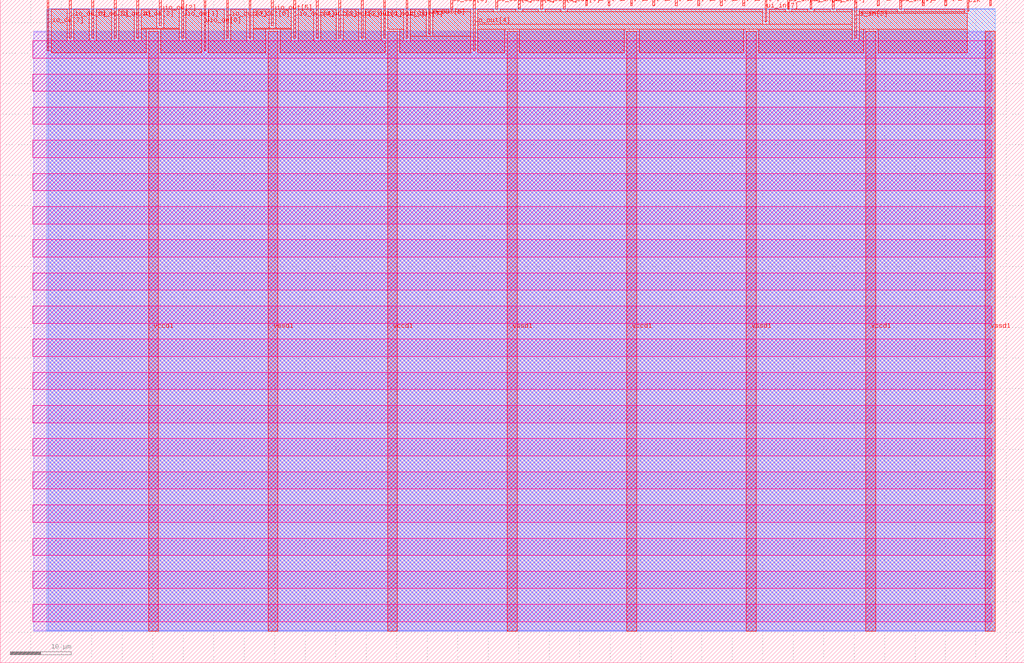
<source format=lef>
VERSION 5.7 ;
  NOWIREEXTENSIONATPIN ON ;
  DIVIDERCHAR "/" ;
  BUSBITCHARS "[]" ;
MACRO tt_um_wokwi_347497504164545108
  CLASS BLOCK ;
  FOREIGN tt_um_wokwi_347497504164545108 ;
  ORIGIN 0.000 0.000 ;
  SIZE 167.900 BY 108.800 ;
  PIN clk
    DIRECTION INPUT ;
    USE SIGNAL ;
    PORT
      LAYER met4 ;
        RECT 158.550 106.950 158.850 108.800 ;
    END
  END clk
  PIN ena
    DIRECTION INPUT ;
    USE SIGNAL ;
    PORT
      LAYER met4 ;
        RECT 162.230 107.800 162.530 108.800 ;
    END
  END ena
  PIN rst_n
    DIRECTION INPUT ;
    USE SIGNAL ;
    PORT
      LAYER met4 ;
        RECT 154.870 107.800 155.170 108.800 ;
    END
  END rst_n
  PIN ui_in[0]
    DIRECTION INPUT ;
    USE SIGNAL ;
    PORT
      LAYER met4 ;
        RECT 151.190 107.800 151.490 108.800 ;
    END
  END ui_in[0]
  PIN ui_in[1]
    DIRECTION INPUT ;
    USE SIGNAL ;
    PORT
      LAYER met4 ;
        RECT 147.510 107.260 147.810 108.800 ;
    END
  END ui_in[1]
  PIN ui_in[2]
    DIRECTION INPUT ;
    USE SIGNAL ;
    PORT
      LAYER met4 ;
        RECT 143.830 107.800 144.130 108.800 ;
    END
  END ui_in[2]
  PIN ui_in[3]
    DIRECTION INPUT ;
    USE SIGNAL ;
    PORT
      LAYER met4 ;
        RECT 140.150 102.500 140.450 108.800 ;
    END
  END ui_in[3]
  PIN ui_in[4]
    DIRECTION INPUT ;
    USE SIGNAL ;
    PORT
      LAYER met4 ;
        RECT 136.470 107.260 136.770 108.800 ;
    END
  END ui_in[4]
  PIN ui_in[5]
    DIRECTION INPUT ;
    USE SIGNAL ;
    PORT
      LAYER met4 ;
        RECT 132.790 107.260 133.090 108.800 ;
    END
  END ui_in[5]
  PIN ui_in[6]
    DIRECTION INPUT ;
    USE SIGNAL ;
    PORT
      LAYER met4 ;
        RECT 129.110 107.260 129.410 108.800 ;
    END
  END ui_in[6]
  PIN ui_in[7]
    DIRECTION INPUT ;
    USE SIGNAL ;
    PORT
      LAYER met4 ;
        RECT 125.430 105.220 125.730 108.800 ;
    END
  END ui_in[7]
  PIN uio_in[0]
    DIRECTION INPUT ;
    USE SIGNAL ;
    PORT
      LAYER met4 ;
        RECT 121.750 107.800 122.050 108.800 ;
    END
  END uio_in[0]
  PIN uio_in[1]
    DIRECTION INPUT ;
    USE SIGNAL ;
    PORT
      LAYER met4 ;
        RECT 118.070 107.800 118.370 108.800 ;
    END
  END uio_in[1]
  PIN uio_in[2]
    DIRECTION INPUT ;
    USE SIGNAL ;
    PORT
      LAYER met4 ;
        RECT 114.390 107.800 114.690 108.800 ;
    END
  END uio_in[2]
  PIN uio_in[3]
    DIRECTION INPUT ;
    USE SIGNAL ;
    PORT
      LAYER met4 ;
        RECT 110.710 107.800 111.010 108.800 ;
    END
  END uio_in[3]
  PIN uio_in[4]
    DIRECTION INPUT ;
    USE SIGNAL ;
    PORT
      LAYER met4 ;
        RECT 107.030 107.800 107.330 108.800 ;
    END
  END uio_in[4]
  PIN uio_in[5]
    DIRECTION INPUT ;
    USE SIGNAL ;
    PORT
      LAYER met4 ;
        RECT 103.350 107.800 103.650 108.800 ;
    END
  END uio_in[5]
  PIN uio_in[6]
    DIRECTION INPUT ;
    USE SIGNAL ;
    PORT
      LAYER met4 ;
        RECT 99.670 107.800 99.970 108.800 ;
    END
  END uio_in[6]
  PIN uio_in[7]
    DIRECTION INPUT ;
    USE SIGNAL ;
    PORT
      LAYER met4 ;
        RECT 95.990 107.800 96.290 108.800 ;
    END
  END uio_in[7]
  PIN uio_oe[0]
    DIRECTION OUTPUT TRISTATE ;
    USE SIGNAL ;
    PORT
      LAYER met4 ;
        RECT 33.430 100.460 33.730 108.800 ;
    END
  END uio_oe[0]
  PIN uio_oe[1]
    DIRECTION OUTPUT TRISTATE ;
    USE SIGNAL ;
    PORT
      LAYER met4 ;
        RECT 29.750 102.500 30.050 108.800 ;
    END
  END uio_oe[1]
  PIN uio_oe[2]
    DIRECTION OUTPUT TRISTATE ;
    USE SIGNAL ;
    PORT
      LAYER met4 ;
        RECT 26.070 104.540 26.370 108.800 ;
    END
  END uio_oe[2]
  PIN uio_oe[3]
    DIRECTION OUTPUT TRISTATE ;
    USE SIGNAL ;
    PORT
      LAYER met4 ;
        RECT 22.390 102.500 22.690 108.800 ;
    END
  END uio_oe[3]
  PIN uio_oe[4]
    DIRECTION OUTPUT TRISTATE ;
    USE SIGNAL ;
    PORT
      LAYER met4 ;
        RECT 18.710 102.500 19.010 108.800 ;
    END
  END uio_oe[4]
  PIN uio_oe[5]
    DIRECTION OUTPUT TRISTATE ;
    USE SIGNAL ;
    PORT
      LAYER met4 ;
        RECT 15.030 102.500 15.330 108.800 ;
    END
  END uio_oe[5]
  PIN uio_oe[6]
    DIRECTION OUTPUT TRISTATE ;
    USE SIGNAL ;
    PORT
      LAYER met4 ;
        RECT 11.350 102.500 11.650 108.800 ;
    END
  END uio_oe[6]
  PIN uio_oe[7]
    DIRECTION OUTPUT TRISTATE ;
    USE SIGNAL ;
    PORT
      LAYER met4 ;
        RECT 7.670 100.460 7.970 108.800 ;
    END
  END uio_oe[7]
  PIN uio_out[0]
    DIRECTION OUTPUT TRISTATE ;
    USE SIGNAL ;
    PORT
      LAYER met4 ;
        RECT 62.870 102.500 63.170 108.800 ;
    END
  END uio_out[0]
  PIN uio_out[1]
    DIRECTION OUTPUT TRISTATE ;
    USE SIGNAL ;
    PORT
      LAYER met4 ;
        RECT 59.190 102.500 59.490 108.800 ;
    END
  END uio_out[1]
  PIN uio_out[2]
    DIRECTION OUTPUT TRISTATE ;
    USE SIGNAL ;
    PORT
      LAYER met4 ;
        RECT 55.510 102.500 55.810 108.800 ;
    END
  END uio_out[2]
  PIN uio_out[3]
    DIRECTION OUTPUT TRISTATE ;
    USE SIGNAL ;
    PORT
      LAYER met4 ;
        RECT 51.830 102.500 52.130 108.800 ;
    END
  END uio_out[3]
  PIN uio_out[4]
    DIRECTION OUTPUT TRISTATE ;
    USE SIGNAL ;
    PORT
      LAYER met4 ;
        RECT 48.150 102.500 48.450 108.800 ;
    END
  END uio_out[4]
  PIN uio_out[5]
    DIRECTION OUTPUT TRISTATE ;
    USE SIGNAL ;
    PORT
      LAYER met4 ;
        RECT 44.470 104.540 44.770 108.800 ;
    END
  END uio_out[5]
  PIN uio_out[6]
    DIRECTION OUTPUT TRISTATE ;
    USE SIGNAL ;
    PORT
      LAYER met4 ;
        RECT 40.790 102.500 41.090 108.800 ;
    END
  END uio_out[6]
  PIN uio_out[7]
    DIRECTION OUTPUT TRISTATE ;
    USE SIGNAL ;
    PORT
      LAYER met4 ;
        RECT 37.110 102.500 37.410 108.800 ;
    END
  END uio_out[7]
  PIN uo_out[0]
    DIRECTION OUTPUT TRISTATE ;
    USE SIGNAL ;
    PORT
      LAYER met4 ;
        RECT 92.310 107.260 92.610 108.800 ;
    END
  END uo_out[0]
  PIN uo_out[1]
    DIRECTION OUTPUT TRISTATE ;
    USE SIGNAL ;
    PORT
      LAYER met4 ;
        RECT 88.630 107.260 88.930 108.800 ;
    END
  END uo_out[1]
  PIN uo_out[2]
    DIRECTION OUTPUT TRISTATE ;
    USE SIGNAL ;
    PORT
      LAYER met4 ;
        RECT 84.950 107.260 85.250 108.800 ;
    END
  END uo_out[2]
  PIN uo_out[3]
    DIRECTION OUTPUT TRISTATE ;
    USE SIGNAL ;
    PORT
      LAYER met4 ;
        RECT 81.270 107.260 81.570 108.800 ;
    END
  END uo_out[3]
  PIN uo_out[4]
    DIRECTION OUTPUT TRISTATE ;
    USE SIGNAL ;
    PORT
      LAYER met4 ;
        RECT 77.590 100.460 77.890 108.800 ;
    END
  END uo_out[4]
  PIN uo_out[5]
    DIRECTION OUTPUT TRISTATE ;
    USE SIGNAL ;
    PORT
      LAYER met4 ;
        RECT 73.910 107.260 74.210 108.800 ;
    END
  END uo_out[5]
  PIN uo_out[6]
    DIRECTION OUTPUT TRISTATE ;
    USE SIGNAL ;
    PORT
      LAYER met4 ;
        RECT 70.230 103.180 70.530 108.800 ;
    END
  END uo_out[6]
  PIN uo_out[7]
    DIRECTION OUTPUT TRISTATE ;
    USE SIGNAL ;
    PORT
      LAYER met4 ;
        RECT 66.550 102.500 66.850 108.800 ;
    END
  END uo_out[7]
  PIN vccd1
    DIRECTION INOUT ;
    USE POWER ;
    PORT
      LAYER met4 ;
        RECT 24.325 5.200 25.925 103.600 ;
    END
    PORT
      LAYER met4 ;
        RECT 63.535 5.200 65.135 103.600 ;
    END
    PORT
      LAYER met4 ;
        RECT 102.745 5.200 104.345 103.600 ;
    END
    PORT
      LAYER met4 ;
        RECT 141.955 5.200 143.555 103.600 ;
    END
  END vccd1
  PIN vssd1
    DIRECTION INOUT ;
    USE GROUND ;
    PORT
      LAYER met4 ;
        RECT 43.930 5.200 45.530 103.600 ;
    END
    PORT
      LAYER met4 ;
        RECT 83.140 5.200 84.740 103.600 ;
    END
    PORT
      LAYER met4 ;
        RECT 122.350 5.200 123.950 103.600 ;
    END
    PORT
      LAYER met4 ;
        RECT 161.560 5.200 163.160 103.600 ;
    END
  END vssd1
  OBS
      LAYER nwell ;
        RECT 5.330 99.225 162.570 102.055 ;
        RECT 5.330 93.785 162.570 96.615 ;
        RECT 5.330 88.345 162.570 91.175 ;
        RECT 5.330 82.905 162.570 85.735 ;
        RECT 5.330 77.465 162.570 80.295 ;
        RECT 5.330 72.025 162.570 74.855 ;
        RECT 5.330 66.585 162.570 69.415 ;
        RECT 5.330 61.145 162.570 63.975 ;
        RECT 5.330 55.705 162.570 58.535 ;
        RECT 5.330 50.265 162.570 53.095 ;
        RECT 5.330 44.825 162.570 47.655 ;
        RECT 5.330 39.385 162.570 42.215 ;
        RECT 5.330 33.945 162.570 36.775 ;
        RECT 5.330 28.505 162.570 31.335 ;
        RECT 5.330 23.065 162.570 25.895 ;
        RECT 5.330 17.625 162.570 20.455 ;
        RECT 5.330 12.185 162.570 15.015 ;
        RECT 5.330 6.745 162.570 9.575 ;
      LAYER li1 ;
        RECT 5.520 5.355 162.380 103.445 ;
      LAYER met1 ;
        RECT 5.520 5.200 163.160 103.600 ;
      LAYER met2 ;
        RECT 7.910 5.255 163.130 107.285 ;
      LAYER met3 ;
        RECT 7.630 5.275 163.150 107.265 ;
      LAYER met4 ;
        RECT 8.370 102.100 10.950 107.265 ;
        RECT 12.050 102.100 14.630 107.265 ;
        RECT 15.730 102.100 18.310 107.265 ;
        RECT 19.410 102.100 21.990 107.265 ;
        RECT 23.090 104.140 25.670 107.265 ;
        RECT 26.770 104.140 29.350 107.265 ;
        RECT 23.090 104.000 29.350 104.140 ;
        RECT 23.090 102.100 23.925 104.000 ;
        RECT 8.370 100.135 23.925 102.100 ;
        RECT 26.325 102.100 29.350 104.000 ;
        RECT 30.450 102.100 33.030 107.265 ;
        RECT 26.325 100.135 33.030 102.100 ;
        RECT 34.130 102.100 36.710 107.265 ;
        RECT 37.810 102.100 40.390 107.265 ;
        RECT 41.490 104.140 44.070 107.265 ;
        RECT 45.170 104.140 47.750 107.265 ;
        RECT 41.490 104.000 47.750 104.140 ;
        RECT 41.490 102.100 43.530 104.000 ;
        RECT 34.130 100.135 43.530 102.100 ;
        RECT 45.930 102.100 47.750 104.000 ;
        RECT 48.850 102.100 51.430 107.265 ;
        RECT 52.530 102.100 55.110 107.265 ;
        RECT 56.210 102.100 58.790 107.265 ;
        RECT 59.890 102.100 62.470 107.265 ;
        RECT 63.570 104.000 66.150 107.265 ;
        RECT 65.535 102.100 66.150 104.000 ;
        RECT 67.250 102.780 69.830 107.265 ;
        RECT 70.930 106.860 73.510 107.265 ;
        RECT 74.610 106.860 77.190 107.265 ;
        RECT 70.930 102.780 77.190 106.860 ;
        RECT 67.250 102.100 77.190 102.780 ;
        RECT 45.930 100.135 63.135 102.100 ;
        RECT 65.535 100.135 77.190 102.100 ;
        RECT 78.290 106.860 80.870 107.265 ;
        RECT 81.970 106.860 84.550 107.265 ;
        RECT 85.650 106.860 88.230 107.265 ;
        RECT 89.330 106.860 91.910 107.265 ;
        RECT 93.010 106.860 125.030 107.265 ;
        RECT 78.290 104.820 125.030 106.860 ;
        RECT 126.130 106.860 128.710 107.265 ;
        RECT 129.810 106.860 132.390 107.265 ;
        RECT 133.490 106.860 136.070 107.265 ;
        RECT 137.170 106.860 139.750 107.265 ;
        RECT 126.130 104.820 139.750 106.860 ;
        RECT 78.290 104.000 139.750 104.820 ;
        RECT 78.290 100.135 82.740 104.000 ;
        RECT 85.140 100.135 102.345 104.000 ;
        RECT 104.745 100.135 121.950 104.000 ;
        RECT 124.350 102.100 139.750 104.000 ;
        RECT 140.850 106.860 147.110 107.265 ;
        RECT 148.210 106.860 158.150 107.265 ;
        RECT 140.850 106.550 158.150 106.860 ;
        RECT 140.850 104.000 158.550 106.550 ;
        RECT 140.850 102.100 141.555 104.000 ;
        RECT 124.350 100.135 141.555 102.100 ;
        RECT 143.955 100.135 158.550 104.000 ;
  END
END tt_um_wokwi_347497504164545108
END LIBRARY


</source>
